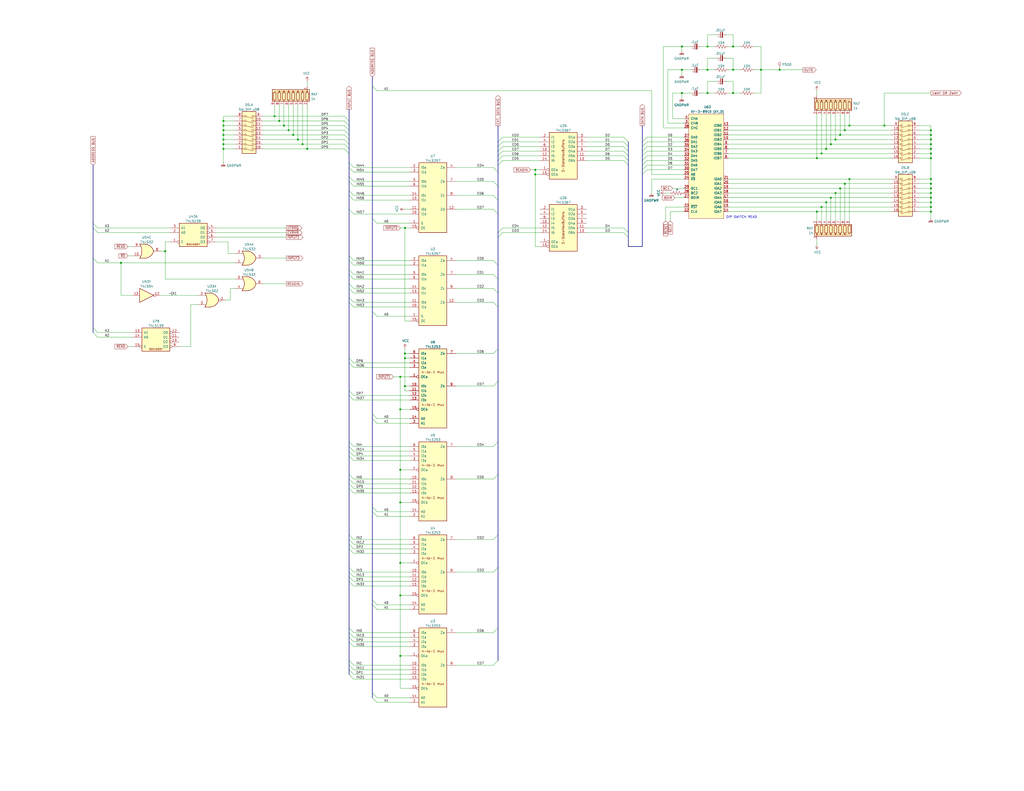
<source format=kicad_sch>
(kicad_sch (version 20211123) (generator eeschema)
  (paper "C")
  (title_block (title "TAITO SYSTEM SJ") (company "ANTON GALE") (comment 4 "IO Interface"))
  (junction (at 152.4 66.04))
  (junction (at 121.92 66.04))
  (junction (at 508 113.03))
  (junction (at 157.48 71.12))
  (junction (at 386.08 50.8))
  (junction (at 508 86.36))
  (junction (at 455.93 105.41))
  (junction (at 508 107.95))
  (junction (at 508 71.12))
  (junction (at 162.56 76.2))
  (junction (at 458.47 102.87))
  (junction (at 463.55 68.58))
  (junction (at 445.77 86.36))
  (junction (at 149.86 63.5))
  (junction (at 508 110.49))
  (junction (at 508 100.33))
  (junction (at 121.92 78.74))
  (junction (at 400.05 50.8))
  (junction (at 121.92 71.12))
  (junction (at 482.6 68.58))
  (junction (at 455.93 76.2))
  (junction (at 400.05 38.1))
  (junction (at 415.29 38.1))
  (junction (at 90.17 137.16))
  (junction (at 458.47 73.66))
  (junction (at 445.77 115.57))
  (junction (at 121.92 68.58))
  (junction (at 220.98 193.04))
  (junction (at 218.44 223.52))
  (junction (at 448.31 113.03))
  (junction (at 220.98 195.58))
  (junction (at 154.94 68.58))
  (junction (at 508 102.87))
  (junction (at 121.92 81.28))
  (junction (at 453.39 78.74))
  (junction (at 165.1 78.74))
  (junction (at 400.05 25.4))
  (junction (at 218.44 274.32))
  (junction (at 121.92 73.66))
  (junction (at 508 78.74))
  (junction (at 121.92 76.2))
  (junction (at 508 115.57))
  (junction (at 461.01 71.12))
  (junction (at 167.64 81.28))
  (junction (at 292.1 95.25))
  (junction (at 463.55 97.79))
  (junction (at 218.44 256.54))
  (junction (at 448.31 83.82))
  (junction (at 218.44 358.14))
  (junction (at 508 83.82))
  (junction (at 450.85 110.49))
  (junction (at 218.44 205.74))
  (junction (at 372.11 50.8))
  (junction (at 66.04 143.51))
  (junction (at 160.02 73.66))
  (junction (at 508 81.28))
  (junction (at 461.01 100.33))
  (junction (at 386.08 38.1))
  (junction (at 372.11 38.1))
  (junction (at 218.44 325.12))
  (junction (at 450.85 81.28))
  (junction (at 508 76.2))
  (junction (at 220.98 124.46))
  (junction (at 292.1 92.71))
  (junction (at 386.08 25.4))
  (junction (at 453.39 107.95))
  (junction (at 220.98 210.82))
  (junction (at 508 73.66))
  (junction (at 508 97.79))
  (junction (at 508 105.41))
  (junction (at 372.11 25.4))
  (junction (at 425.45 38.1))
  (junction (at 218.44 307.34))
  (bus_entry (at 190.5 91.44) (size 2.54 2.54))
  (bus_entry (at 190.5 264.16) (size 2.54 2.54))
  (bus_entry (at 269.24 294.64) (size 2.54 -2.54))
  (bus_entry (at 190.5 259.08) (size 2.54 2.54))
  (bus_entry (at 205.74 49.53) (size -2.54 -2.54))
  (bus_entry (at 269.24 193.04) (size 2.54 -2.54))
  (bus_entry (at 190.5 317.5) (size 2.54 2.54))
  (bus_entry (at 269.24 312.42) (size 2.54 -2.54))
  (bus_entry (at 269.24 106.68) (size 2.54 2.54))
  (bus_entry (at 274.32 74.93) (size -2.54 2.54))
  (bus_entry (at 353.06 80.01) (size -2.54 2.54))
  (bus_entry (at 340.36 77.47) (size 2.54 2.54))
  (bus_entry (at 190.5 243.84) (size 2.54 2.54))
  (bus_entry (at 205.74 172.72) (size -2.54 -2.54))
  (bus_entry (at 190.5 88.9) (size 2.54 2.54))
  (bus_entry (at 274.32 127) (size -2.54 2.54))
  (bus_entry (at 190.5 213.36) (size 2.54 2.54))
  (bus_entry (at 205.74 281.94) (size -2.54 -2.54))
  (bus_entry (at 190.5 114.3) (size 2.54 2.54))
  (bus_entry (at 190.5 162.56) (size 2.54 2.54))
  (bus_entry (at 205.74 383.54) (size -2.54 -2.54))
  (bus_entry (at 353.06 92.71) (size -2.54 2.54))
  (bus_entry (at 205.74 228.6) (size -2.54 -2.54))
  (bus_entry (at 340.36 74.93) (size 2.54 2.54))
  (bus_entry (at 53.34 184.15) (size -2.54 -2.54))
  (bus_entry (at 190.5 261.62) (size 2.54 2.54))
  (bus_entry (at 274.32 85.09) (size -2.54 2.54))
  (bus_entry (at 353.06 77.47) (size -2.54 2.54))
  (bus_entry (at 269.24 149.86) (size 2.54 2.54))
  (bus_entry (at 353.06 82.55) (size -2.54 2.54))
  (bus_entry (at 269.24 99.06) (size 2.54 2.54))
  (bus_entry (at 190.5 266.7) (size 2.54 2.54))
  (bus_entry (at 190.5 241.3) (size 2.54 2.54))
  (bus_entry (at 53.34 181.61) (size -2.54 -2.54))
  (bus_entry (at 340.36 85.09) (size 2.54 2.54))
  (bus_entry (at 190.5 139.7) (size 2.54 2.54))
  (bus_entry (at 190.5 215.9) (size 2.54 2.54))
  (bus_entry (at 269.24 91.44) (size 2.54 2.54))
  (bus_entry (at 205.74 330.2) (size -2.54 -2.54))
  (bus_entry (at 190.5 350.52) (size 2.54 2.54))
  (bus_entry (at 190.5 96.52) (size 2.54 2.54))
  (bus_entry (at 205.74 381) (size -2.54 -2.54))
  (bus_entry (at 190.5 368.3) (size 2.54 2.54))
  (bus_entry (at 340.36 82.55) (size 2.54 2.54))
  (bus_entry (at 190.5 309.88) (size 2.54 2.54))
  (bus_entry (at 190.5 292.1) (size 2.54 2.54))
  (bus_entry (at 269.24 210.82) (size 2.54 -2.54))
  (bus_entry (at 190.5 297.18) (size 2.54 2.54))
  (bus_entry (at 190.5 360.68) (size 2.54 2.54))
  (bus_entry (at 340.36 80.01) (size 2.54 2.54))
  (bus_entry (at 274.32 82.55) (size -2.54 2.54))
  (bus_entry (at 274.32 80.01) (size -2.54 2.54))
  (bus_entry (at 190.5 154.94) (size 2.54 2.54))
  (bus_entry (at 205.74 279.4) (size -2.54 -2.54))
  (bus_entry (at 190.5 299.72) (size 2.54 2.54))
  (bus_entry (at 190.5 104.14) (size 2.54 2.54))
  (bus_entry (at 187.96 63.5) (size 2.54 2.54))
  (bus_entry (at 187.96 66.04) (size 2.54 2.54))
  (bus_entry (at 187.96 73.66) (size 2.54 2.54))
  (bus_entry (at 187.96 78.74) (size 2.54 2.54))
  (bus_entry (at 187.96 76.2) (size 2.54 2.54))
  (bus_entry (at 187.96 81.28) (size 2.54 2.54))
  (bus_entry (at 187.96 68.58) (size 2.54 2.54))
  (bus_entry (at 187.96 71.12) (size 2.54 2.54))
  (bus_entry (at 205.74 332.74) (size -2.54 -2.54))
  (bus_entry (at 190.5 195.58) (size 2.54 2.54))
  (bus_entry (at 353.06 90.17) (size -2.54 2.54))
  (bus_entry (at 190.5 363.22) (size 2.54 2.54))
  (bus_entry (at 340.36 87.63) (size 2.54 2.54))
  (bus_entry (at 340.36 124.46) (size 2.54 2.54))
  (bus_entry (at 190.5 106.68) (size 2.54 2.54))
  (bus_entry (at 353.06 87.63) (size -2.54 2.54))
  (bus_entry (at 205.74 121.92) (size -2.54 -2.54))
  (bus_entry (at 274.32 77.47) (size -2.54 2.54))
  (bus_entry (at 190.5 142.24) (size 2.54 2.54))
  (bus_entry (at 190.5 147.32) (size 2.54 2.54))
  (bus_entry (at 190.5 294.64) (size 2.54 2.54))
  (bus_entry (at 269.24 165.1) (size 2.54 2.54))
  (bus_entry (at 353.06 85.09) (size -2.54 2.54))
  (bus_entry (at 190.5 365.76) (size 2.54 2.54))
  (bus_entry (at 53.34 143.51) (size -2.54 -2.54))
  (bus_entry (at 190.5 347.98) (size 2.54 2.54))
  (bus_entry (at 190.5 157.48) (size 2.54 2.54))
  (bus_entry (at 190.5 342.9) (size 2.54 2.54))
  (bus_entry (at 190.5 314.96) (size 2.54 2.54))
  (bus_entry (at 205.74 231.14) (size -2.54 -2.54))
  (bus_entry (at 190.5 149.86) (size 2.54 2.54))
  (bus_entry (at 269.24 114.3) (size 2.54 2.54))
  (bus_entry (at 190.5 345.44) (size 2.54 2.54))
  (bus_entry (at 53.34 124.46) (size -2.54 -2.54))
  (bus_entry (at 269.24 261.62) (size 2.54 -2.54))
  (bus_entry (at 353.06 74.93) (size -2.54 2.54))
  (bus_entry (at 269.24 157.48) (size 2.54 2.54))
  (bus_entry (at 269.24 142.24) (size 2.54 2.54))
  (bus_entry (at 269.24 345.44) (size 2.54 -2.54))
  (bus_entry (at 190.5 248.92) (size 2.54 2.54))
  (bus_entry (at 190.5 99.06) (size 2.54 2.54))
  (bus_entry (at 274.32 124.46) (size -2.54 2.54))
  (bus_entry (at 53.34 127) (size -2.54 -2.54))
  (bus_entry (at 190.5 165.1) (size 2.54 2.54))
  (bus_entry (at 340.36 127) (size 2.54 2.54))
  (bus_entry (at 190.5 246.38) (size 2.54 2.54))
  (bus_entry (at 269.24 363.22) (size 2.54 -2.54))
  (bus_entry (at 274.32 87.63) (size -2.54 2.54))
  (bus_entry (at 190.5 198.12) (size 2.54 2.54))
  (bus_entry (at 190.5 312.42) (size 2.54 2.54))
  (bus_entry (at 269.24 243.84) (size 2.54 -2.54))
  (wire (pts (xy 218.44 307.34) (xy 218.44 325.12)))
  (wire (pts (xy 143.51 154.94) (xy 156.21 154.94)))
  (wire (pts (xy 320.04 127) (xy 340.36 127)))
  (wire (pts (xy 355.6 97.79) (xy 355.6 105.41)))
  (wire (pts (xy 167.64 57.15) (xy 167.64 81.28)))
  (wire (pts (xy 121.92 76.2) (xy 128.27 76.2)))
  (wire (pts (xy 364.49 38.1) (xy 364.49 67.31)))
  (bus (pts (xy 190.5 59.69) (xy 190.5 66.04)))
  (wire (pts (xy 162.56 57.15) (xy 162.56 76.2)))
  (wire (pts (xy 486.41 73.66) (xy 458.47 73.66)))
  (wire (pts (xy 92.71 127) (xy 53.34 127)))
  (bus (pts (xy 190.5 165.1) (xy 190.5 195.58)))
  (wire (pts (xy 320.04 87.63) (xy 340.36 87.63)))
  (wire (pts (xy 486.41 110.49) (xy 450.85 110.49)))
  (wire (pts (xy 248.92 363.22) (xy 269.24 363.22)))
  (bus (pts (xy 350.52 85.09) (xy 350.52 87.63)))
  (wire (pts (xy 193.04 116.84) (xy 223.52 116.84)))
  (bus (pts (xy 190.5 68.58) (xy 190.5 71.12)))
  (wire (pts (xy 455.93 76.2) (xy 397.51 76.2)))
  (wire (pts (xy 508 71.12) (xy 508 73.66)))
  (wire (pts (xy 415.29 50.8) (xy 415.29 38.1)))
  (wire (pts (xy 69.85 139.7) (xy 72.39 139.7)))
  (wire (pts (xy 445.77 115.57) (xy 397.51 115.57)))
  (wire (pts (xy 193.04 109.22) (xy 223.52 109.22)))
  (bus (pts (xy 342.9 82.55) (xy 342.9 85.09)))
  (wire (pts (xy 448.31 62.23) (xy 448.31 83.82)))
  (wire (pts (xy 223.52 332.74) (xy 205.74 332.74)))
  (wire (pts (xy 121.92 66.04) (xy 121.92 68.58)))
  (wire (pts (xy 143.51 66.04) (xy 152.4 66.04)))
  (wire (pts (xy 143.51 73.66) (xy 160.02 73.66)))
  (bus (pts (xy 271.78 129.54) (xy 271.78 144.78)))
  (wire (pts (xy 152.4 57.15) (xy 152.4 66.04)))
  (wire (pts (xy 223.52 175.26) (xy 220.98 175.26)))
  (wire (pts (xy 218.44 223.52) (xy 218.44 256.54)))
  (bus (pts (xy 271.78 342.9) (xy 271.78 360.68)))
  (wire (pts (xy 193.04 218.44) (xy 223.52 218.44)))
  (wire (pts (xy 294.64 87.63) (xy 274.32 87.63)))
  (wire (pts (xy 373.38 80.01) (xy 353.06 80.01)))
  (wire (pts (xy 193.04 261.62) (xy 223.52 261.62)))
  (wire (pts (xy 508 105.41) (xy 508 107.95)))
  (wire (pts (xy 90.17 152.4) (xy 128.27 152.4)))
  (wire (pts (xy 365.76 115.57) (xy 373.38 115.57)))
  (wire (pts (xy 294.64 92.71) (xy 292.1 92.71)))
  (bus (pts (xy 190.5 154.94) (xy 190.5 157.48)))
  (wire (pts (xy 193.04 353.06) (xy 223.52 353.06)))
  (wire (pts (xy 361.95 69.85) (xy 373.38 69.85)))
  (wire (pts (xy 165.1 78.74) (xy 187.96 78.74)))
  (wire (pts (xy 508 102.87) (xy 508 105.41)))
  (wire (pts (xy 220.98 124.46) (xy 223.52 124.46)))
  (wire (pts (xy 508 71.12) (xy 501.65 71.12)))
  (wire (pts (xy 193.04 251.46) (xy 223.52 251.46)))
  (bus (pts (xy 190.5 350.52) (xy 190.5 360.68)))
  (wire (pts (xy 248.92 345.44) (xy 269.24 345.44)))
  (wire (pts (xy 458.47 102.87) (xy 397.51 102.87)))
  (wire (pts (xy 66.04 143.51) (xy 128.27 143.51)))
  (wire (pts (xy 386.08 31.75) (xy 386.08 38.1)))
  (bus (pts (xy 190.5 142.24) (xy 190.5 147.32)))
  (wire (pts (xy 486.41 113.03) (xy 448.31 113.03)))
  (wire (pts (xy 486.41 115.57) (xy 445.77 115.57)))
  (wire (pts (xy 289.56 92.71) (xy 292.1 92.71)))
  (wire (pts (xy 167.64 44.45) (xy 167.64 46.99)))
  (wire (pts (xy 149.86 63.5) (xy 187.96 63.5)))
  (wire (pts (xy 97.79 189.23) (xy 104.14 189.23)))
  (wire (pts (xy 220.98 213.36) (xy 220.98 210.82)))
  (wire (pts (xy 193.04 144.78) (xy 223.52 144.78)))
  (wire (pts (xy 373.38 97.79) (xy 355.6 97.79)))
  (wire (pts (xy 218.44 124.46) (xy 220.98 124.46)))
  (wire (pts (xy 193.04 246.38) (xy 223.52 246.38)))
  (wire (pts (xy 386.08 44.45) (xy 386.08 50.8)))
  (wire (pts (xy 463.55 62.23) (xy 463.55 68.58)))
  (wire (pts (xy 193.04 198.12) (xy 223.52 198.12)))
  (wire (pts (xy 486.41 97.79) (xy 463.55 97.79)))
  (bus (pts (xy 271.78 160.02) (xy 271.78 167.64)))
  (bus (pts (xy 203.2 228.6) (xy 203.2 276.86)))
  (wire (pts (xy 463.55 97.79) (xy 463.55 120.65)))
  (wire (pts (xy 372.11 25.4) (xy 372.11 27.94)))
  (wire (pts (xy 508 73.66) (xy 508 76.2)))
  (wire (pts (xy 320.04 85.09) (xy 340.36 85.09)))
  (wire (pts (xy 363.22 113.03) (xy 373.38 113.03)))
  (bus (pts (xy 190.5 299.72) (xy 190.5 309.88)))
  (wire (pts (xy 193.04 152.4) (xy 223.52 152.4)))
  (wire (pts (xy 90.17 137.16) (xy 90.17 152.4)))
  (wire (pts (xy 486.41 83.82) (xy 448.31 83.82)))
  (wire (pts (xy 458.47 102.87) (xy 458.47 120.65)))
  (wire (pts (xy 121.92 78.74) (xy 121.92 81.28)))
  (wire (pts (xy 223.52 281.94) (xy 205.74 281.94)))
  (wire (pts (xy 167.64 81.28) (xy 187.96 81.28)))
  (wire (pts (xy 104.14 166.37) (xy 107.95 166.37)))
  (bus (pts (xy 271.78 144.78) (xy 271.78 152.4)))
  (wire (pts (xy 248.92 243.84) (xy 269.24 243.84)))
  (bus (pts (xy 190.5 264.16) (xy 190.5 266.7)))
  (wire (pts (xy 501.65 68.58) (xy 508 68.58)))
  (wire (pts (xy 118.11 127) (xy 156.21 127)))
  (bus (pts (xy 190.5 81.28) (xy 190.5 83.82)))
  (wire (pts (xy 386.08 50.8) (xy 389.89 50.8)))
  (wire (pts (xy 445.77 115.57) (xy 445.77 120.65)))
  (wire (pts (xy 157.48 57.15) (xy 157.48 71.12)))
  (wire (pts (xy 448.31 113.03) (xy 448.31 120.65)))
  (wire (pts (xy 508 78.74) (xy 508 81.28)))
  (bus (pts (xy 271.78 116.84) (xy 271.78 127)))
  (wire (pts (xy 508 86.36) (xy 501.65 86.36)))
  (wire (pts (xy 355.6 95.25) (xy 355.6 49.53)))
  (wire (pts (xy 411.48 50.8) (xy 415.29 50.8)))
  (wire (pts (xy 363.22 120.65) (xy 363.22 113.03)))
  (bus (pts (xy 50.8 140.97) (xy 50.8 179.07)))
  (wire (pts (xy 365.76 120.65) (xy 365.76 115.57)))
  (bus (pts (xy 190.5 363.22) (xy 190.5 365.76)))
  (wire (pts (xy 294.64 124.46) (xy 274.32 124.46)))
  (wire (pts (xy 400.05 25.4) (xy 403.86 25.4)))
  (bus (pts (xy 190.5 215.9) (xy 190.5 241.3)))
  (wire (pts (xy 193.04 370.84) (xy 223.52 370.84)))
  (wire (pts (xy 193.04 91.44) (xy 223.52 91.44)))
  (wire (pts (xy 294.64 85.09) (xy 274.32 85.09)))
  (wire (pts (xy 143.51 78.74) (xy 165.1 78.74)))
  (wire (pts (xy 193.04 243.84) (xy 223.52 243.84)))
  (bus (pts (xy 50.8 124.46) (xy 50.8 140.97)))
  (wire (pts (xy 149.86 57.15) (xy 149.86 63.5)))
  (wire (pts (xy 143.51 71.12) (xy 157.48 71.12)))
  (bus (pts (xy 190.5 147.32) (xy 190.5 149.86)))
  (wire (pts (xy 128.27 63.5) (xy 121.92 63.5)))
  (wire (pts (xy 193.04 299.72) (xy 223.52 299.72)))
  (wire (pts (xy 382.27 25.4) (xy 386.08 25.4)))
  (bus (pts (xy 203.2 279.4) (xy 203.2 327.66)))
  (wire (pts (xy 193.04 368.3) (xy 223.52 368.3)))
  (bus (pts (xy 190.5 104.14) (xy 190.5 106.68)))
  (bus (pts (xy 342.9 134.62) (xy 350.52 134.62)))
  (bus (pts (xy 203.2 41.91) (xy 203.2 46.99)))
  (wire (pts (xy 508 81.28) (xy 501.65 81.28)))
  (wire (pts (xy 463.55 97.79) (xy 397.51 97.79)))
  (bus (pts (xy 203.2 327.66) (xy 203.2 330.2)))
  (bus (pts (xy 190.5 195.58) (xy 190.5 198.12)))
  (bus (pts (xy 190.5 360.68) (xy 190.5 363.22)))
  (bus (pts (xy 190.5 149.86) (xy 190.5 154.94)))
  (bus (pts (xy 190.5 66.04) (xy 190.5 68.58)))
  (bus (pts (xy 190.5 139.7) (xy 190.5 142.24)))
  (wire (pts (xy 152.4 66.04) (xy 187.96 66.04)))
  (wire (pts (xy 461.01 100.33) (xy 461.01 120.65)))
  (bus (pts (xy 271.78 68.58) (xy 271.78 77.47)))
  (wire (pts (xy 220.98 193.04) (xy 220.98 190.5)))
  (wire (pts (xy 218.44 256.54) (xy 223.52 256.54)))
  (wire (pts (xy 294.64 127) (xy 274.32 127)))
  (wire (pts (xy 415.29 38.1) (xy 425.45 38.1)))
  (wire (pts (xy 508 115.57) (xy 508 119.38)))
  (wire (pts (xy 248.92 193.04) (xy 269.24 193.04)))
  (bus (pts (xy 190.5 99.06) (xy 190.5 104.14)))
  (wire (pts (xy 218.44 274.32) (xy 223.52 274.32)))
  (bus (pts (xy 190.5 243.84) (xy 190.5 246.38)))
  (wire (pts (xy 220.98 210.82) (xy 220.98 195.58)))
  (bus (pts (xy 271.78 208.28) (xy 271.78 241.3)))
  (bus (pts (xy 203.2 46.99) (xy 203.2 119.38)))
  (wire (pts (xy 193.04 317.5) (xy 223.52 317.5)))
  (wire (pts (xy 367.03 102.87) (xy 373.38 102.87)))
  (wire (pts (xy 193.04 320.04) (xy 223.52 320.04)))
  (wire (pts (xy 87.63 137.16) (xy 90.17 137.16)))
  (bus (pts (xy 190.5 248.92) (xy 190.5 259.08)))
  (wire (pts (xy 453.39 78.74) (xy 397.51 78.74)))
  (bus (pts (xy 190.5 266.7) (xy 190.5 292.1)))
  (wire (pts (xy 320.04 80.01) (xy 340.36 80.01)))
  (wire (pts (xy 193.04 142.24) (xy 223.52 142.24)))
  (bus (pts (xy 190.5 78.74) (xy 190.5 81.28)))
  (bus (pts (xy 271.78 241.3) (xy 271.78 259.08)))
  (bus (pts (xy 203.2 276.86) (xy 203.2 279.4)))
  (wire (pts (xy 124.46 132.08) (xy 124.46 138.43)))
  (wire (pts (xy 165.1 57.15) (xy 165.1 78.74)))
  (wire (pts (xy 320.04 124.46) (xy 340.36 124.46)))
  (bus (pts (xy 190.5 347.98) (xy 190.5 350.52)))
  (wire (pts (xy 118.11 124.46) (xy 156.21 124.46)))
  (wire (pts (xy 193.04 149.86) (xy 223.52 149.86)))
  (wire (pts (xy 121.92 68.58) (xy 121.92 71.12)))
  (wire (pts (xy 121.92 66.04) (xy 128.27 66.04)))
  (wire (pts (xy 508 76.2) (xy 501.65 76.2)))
  (wire (pts (xy 218.44 325.12) (xy 218.44 358.14)))
  (wire (pts (xy 218.44 325.12) (xy 223.52 325.12)))
  (wire (pts (xy 453.39 107.95) (xy 397.51 107.95)))
  (bus (pts (xy 271.78 101.6) (xy 271.78 109.22)))
  (wire (pts (xy 193.04 297.18) (xy 223.52 297.18)))
  (wire (pts (xy 220.98 175.26) (xy 220.98 124.46)))
  (wire (pts (xy 193.04 165.1) (xy 223.52 165.1)))
  (wire (pts (xy 193.04 345.44) (xy 223.52 345.44)))
  (wire (pts (xy 218.44 307.34) (xy 223.52 307.34)))
  (wire (pts (xy 223.52 381) (xy 205.74 381)))
  (wire (pts (xy 69.85 134.62) (xy 72.39 134.62)))
  (wire (pts (xy 294.64 74.93) (xy 274.32 74.93)))
  (bus (pts (xy 271.78 77.47) (xy 271.78 80.01)))
  (wire (pts (xy 486.41 100.33) (xy 461.01 100.33)))
  (wire (pts (xy 368.3 107.95) (xy 373.38 107.95)))
  (wire (pts (xy 218.44 205.74) (xy 218.44 223.52)))
  (wire (pts (xy 193.04 302.26) (xy 223.52 302.26)))
  (wire (pts (xy 193.04 101.6) (xy 223.52 101.6)))
  (wire (pts (xy 193.04 106.68) (xy 223.52 106.68)))
  (bus (pts (xy 190.5 83.82) (xy 190.5 88.9)))
  (wire (pts (xy 90.17 137.16) (xy 90.17 132.08)))
  (wire (pts (xy 486.41 68.58) (xy 482.6 68.58)))
  (bus (pts (xy 190.5 106.68) (xy 190.5 114.3)))
  (wire (pts (xy 90.17 132.08) (xy 92.71 132.08)))
  (wire (pts (xy 373.38 77.47) (xy 353.06 77.47)))
  (wire (pts (xy 372.11 38.1) (xy 372.11 40.64)))
  (wire (pts (xy 482.6 68.58) (xy 482.6 50.8)))
  (wire (pts (xy 400.05 50.8) (xy 403.86 50.8)))
  (bus (pts (xy 190.5 162.56) (xy 190.5 165.1)))
  (wire (pts (xy 400.05 44.45) (xy 400.05 50.8)))
  (wire (pts (xy 162.56 76.2) (xy 187.96 76.2)))
  (bus (pts (xy 190.5 241.3) (xy 190.5 243.84)))
  (wire (pts (xy 121.92 81.28) (xy 128.27 81.28)))
  (wire (pts (xy 508 73.66) (xy 501.65 73.66)))
  (bus (pts (xy 190.5 342.9) (xy 190.5 345.44)))
  (wire (pts (xy 396.24 44.45) (xy 400.05 44.45)))
  (wire (pts (xy 121.92 78.74) (xy 128.27 78.74)))
  (wire (pts (xy 220.98 193.04) (xy 220.98 195.58)))
  (wire (pts (xy 193.04 160.02) (xy 223.52 160.02)))
  (wire (pts (xy 508 110.49) (xy 508 113.03)))
  (wire (pts (xy 373.38 74.93) (xy 353.06 74.93)))
  (bus (pts (xy 190.5 73.66) (xy 190.5 76.2)))
  (wire (pts (xy 143.51 81.28) (xy 167.64 81.28)))
  (bus (pts (xy 190.5 314.96) (xy 190.5 317.5)))
  (wire (pts (xy 461.01 100.33) (xy 397.51 100.33)))
  (wire (pts (xy 220.98 193.04) (xy 223.52 193.04)))
  (bus (pts (xy 190.5 91.44) (xy 190.5 96.52)))
  (wire (pts (xy 223.52 279.4) (xy 205.74 279.4)))
  (wire (pts (xy 508 86.36) (xy 508 97.79)))
  (wire (pts (xy 372.11 38.1) (xy 377.19 38.1)))
  (wire (pts (xy 450.85 62.23) (xy 450.85 81.28)))
  (wire (pts (xy 125.73 163.83) (xy 125.73 157.48)))
  (wire (pts (xy 193.04 215.9) (xy 223.52 215.9)))
  (wire (pts (xy 482.6 68.58) (xy 463.55 68.58)))
  (wire (pts (xy 143.51 68.58) (xy 154.94 68.58)))
  (wire (pts (xy 415.29 38.1) (xy 415.29 25.4)))
  (wire (pts (xy 223.52 383.54) (xy 205.74 383.54)))
  (wire (pts (xy 292.1 134.62) (xy 294.64 134.62)))
  (wire (pts (xy 508 100.33) (xy 501.65 100.33)))
  (wire (pts (xy 372.11 50.8) (xy 372.11 53.34)))
  (bus (pts (xy 190.5 213.36) (xy 190.5 215.9)))
  (bus (pts (xy 190.5 76.2) (xy 190.5 78.74)))
  (wire (pts (xy 294.64 82.55) (xy 274.32 82.55)))
  (wire (pts (xy 458.47 62.23) (xy 458.47 73.66)))
  (wire (pts (xy 486.41 102.87) (xy 458.47 102.87)))
  (bus (pts (xy 350.52 95.25) (xy 350.52 134.62)))
  (bus (pts (xy 271.78 167.64) (xy 271.78 190.5)))
  (wire (pts (xy 223.52 231.14) (xy 205.74 231.14)))
  (wire (pts (xy 72.39 161.29) (xy 66.04 161.29)))
  (wire (pts (xy 292.1 95.25) (xy 294.64 95.25)))
  (wire (pts (xy 193.04 93.98) (xy 223.52 93.98)))
  (bus (pts (xy 190.5 309.88) (xy 190.5 312.42)))
  (wire (pts (xy 223.52 330.2) (xy 205.74 330.2)))
  (wire (pts (xy 248.92 91.44) (xy 269.24 91.44)))
  (wire (pts (xy 397.51 25.4) (xy 400.05 25.4)))
  (bus (pts (xy 271.78 152.4) (xy 271.78 160.02)))
  (wire (pts (xy 121.92 73.66) (xy 128.27 73.66)))
  (bus (pts (xy 190.5 96.52) (xy 190.5 99.06)))
  (wire (pts (xy 508 105.41) (xy 501.65 105.41)))
  (bus (pts (xy 190.5 297.18) (xy 190.5 299.72)))
  (wire (pts (xy 508 100.33) (xy 508 102.87)))
  (bus (pts (xy 50.8 121.92) (xy 50.8 124.46)))
  (wire (pts (xy 223.52 172.72) (xy 205.74 172.72)))
  (wire (pts (xy 455.93 105.41) (xy 455.93 120.65)))
  (wire (pts (xy 193.04 269.24) (xy 223.52 269.24)))
  (bus (pts (xy 271.78 127) (xy 271.78 129.54)))
  (bus (pts (xy 342.9 129.54) (xy 342.9 134.62)))
  (bus (pts (xy 350.52 80.01) (xy 350.52 82.55)))
  (wire (pts (xy 160.02 73.66) (xy 187.96 73.66)))
  (wire (pts (xy 455.93 105.41) (xy 397.51 105.41)))
  (bus (pts (xy 203.2 119.38) (xy 203.2 170.18)))
  (bus (pts (xy 190.5 71.12) (xy 190.5 73.66)))
  (bus (pts (xy 271.78 93.98) (xy 271.78 101.6)))
  (bus (pts (xy 50.8 179.07) (xy 50.8 181.61)))
  (wire (pts (xy 453.39 62.23) (xy 453.39 78.74)))
  (wire (pts (xy 508 78.74) (xy 501.65 78.74)))
  (bus (pts (xy 203.2 226.06) (xy 203.2 228.6)))
  (wire (pts (xy 292.1 92.71) (xy 292.1 95.25)))
  (bus (pts (xy 271.78 85.09) (xy 271.78 87.63)))
  (wire (pts (xy 445.77 62.23) (xy 445.77 86.36)))
  (wire (pts (xy 292.1 95.25) (xy 292.1 134.62)))
  (wire (pts (xy 248.92 165.1) (xy 269.24 165.1)))
  (wire (pts (xy 193.04 312.42) (xy 223.52 312.42)))
  (wire (pts (xy 320.04 74.93) (xy 340.36 74.93)))
  (wire (pts (xy 508 76.2) (xy 508 78.74)))
  (wire (pts (xy 396.24 31.75) (xy 400.05 31.75)))
  (wire (pts (xy 486.41 78.74) (xy 453.39 78.74)))
  (wire (pts (xy 193.04 264.16) (xy 223.52 264.16)))
  (bus (pts (xy 350.52 77.47) (xy 350.52 80.01)))
  (wire (pts (xy 104.14 189.23) (xy 104.14 166.37)))
  (bus (pts (xy 203.2 330.2) (xy 203.2 378.46)))
  (wire (pts (xy 72.39 184.15) (xy 53.34 184.15)))
  (wire (pts (xy 143.51 140.97) (xy 156.21 140.97)))
  (wire (pts (xy 508 68.58) (xy 508 71.12)))
  (wire (pts (xy 450.85 110.49) (xy 397.51 110.49)))
  (wire (pts (xy 248.92 142.24) (xy 269.24 142.24)))
  (bus (pts (xy 342.9 85.09) (xy 342.9 87.63)))
  (wire (pts (xy 486.41 81.28) (xy 450.85 81.28)))
  (wire (pts (xy 448.31 113.03) (xy 397.51 113.03)))
  (wire (pts (xy 218.44 274.32) (xy 218.44 307.34)))
  (wire (pts (xy 363.22 105.41) (xy 365.76 105.41)))
  (wire (pts (xy 248.92 106.68) (xy 269.24 106.68)))
  (wire (pts (xy 458.47 73.66) (xy 397.51 73.66)))
  (bus (pts (xy 190.5 246.38) (xy 190.5 248.92)))
  (wire (pts (xy 193.04 365.76) (xy 223.52 365.76)))
  (wire (pts (xy 373.38 92.71) (xy 353.06 92.71)))
  (bus (pts (xy 271.78 82.55) (xy 271.78 85.09)))
  (bus (pts (xy 190.5 114.3) (xy 190.5 139.7)))
  (wire (pts (xy 396.24 19.05) (xy 400.05 19.05)))
  (wire (pts (xy 486.41 105.41) (xy 455.93 105.41)))
  (wire (pts (xy 294.64 80.01) (xy 274.32 80.01)))
  (bus (pts (xy 190.5 365.76) (xy 190.5 368.3)))
  (wire (pts (xy 508 83.82) (xy 501.65 83.82)))
  (wire (pts (xy 124.46 138.43) (xy 128.27 138.43)))
  (wire (pts (xy 461.01 71.12) (xy 397.51 71.12)))
  (wire (pts (xy 248.92 149.86) (xy 269.24 149.86)))
  (wire (pts (xy 364.49 67.31) (xy 373.38 67.31)))
  (wire (pts (xy 508 107.95) (xy 501.65 107.95)))
  (bus (pts (xy 271.78 87.63) (xy 271.78 90.17)))
  (bus (pts (xy 350.52 68.58) (xy 350.52 77.47)))
  (wire (pts (xy 486.41 86.36) (xy 445.77 86.36)))
  (bus (pts (xy 271.78 259.08) (xy 271.78 292.1)))
  (wire (pts (xy 508 107.95) (xy 508 110.49)))
  (wire (pts (xy 508 102.87) (xy 501.65 102.87)))
  (bus (pts (xy 271.78 309.88) (xy 271.78 342.9)))
  (wire (pts (xy 218.44 205.74) (xy 223.52 205.74)))
  (wire (pts (xy 218.44 375.92) (xy 223.52 375.92)))
  (wire (pts (xy 248.92 210.82) (xy 269.24 210.82)))
  (wire (pts (xy 372.11 25.4) (xy 361.95 25.4)))
  (wire (pts (xy 373.38 95.25) (xy 355.6 95.25)))
  (wire (pts (xy 69.85 189.23) (xy 72.39 189.23)))
  (bus (pts (xy 350.52 92.71) (xy 350.52 95.25)))
  (wire (pts (xy 411.48 25.4) (xy 415.29 25.4)))
  (wire (pts (xy 377.19 50.8) (xy 372.11 50.8)))
  (wire (pts (xy 248.92 312.42) (xy 269.24 312.42)))
  (wire (pts (xy 373.38 82.55) (xy 353.06 82.55)))
  (bus (pts (xy 203.2 170.18) (xy 203.2 226.06)))
  (wire (pts (xy 386.08 38.1) (xy 389.89 38.1)))
  (wire (pts (xy 501.65 97.79) (xy 508 97.79)))
  (wire (pts (xy 66.04 161.29) (xy 66.04 143.51)))
  (wire (pts (xy 143.51 63.5) (xy 149.86 63.5)))
  (bus (pts (xy 271.78 90.17) (xy 271.78 93.98)))
  (wire (pts (xy 508 97.79) (xy 508 100.33)))
  (wire (pts (xy 486.41 71.12) (xy 461.01 71.12)))
  (wire (pts (xy 391.16 44.45) (xy 386.08 44.45)))
  (bus (pts (xy 342.9 77.47) (xy 342.9 80.01)))
  (wire (pts (xy 367.03 64.77) (xy 373.38 64.77)))
  (bus (pts (xy 342.9 87.63) (xy 342.9 90.17)))
  (wire (pts (xy 367.03 50.8) (xy 367.03 64.77)))
  (wire (pts (xy 400.05 38.1) (xy 403.86 38.1)))
  (wire (pts (xy 400.05 31.75) (xy 400.05 38.1)))
  (wire (pts (xy 373.38 85.09) (xy 353.06 85.09)))
  (wire (pts (xy 118.11 129.54) (xy 156.21 129.54)))
  (wire (pts (xy 461.01 62.23) (xy 461.01 71.12)))
  (wire (pts (xy 214.63 205.74) (xy 218.44 205.74)))
  (bus (pts (xy 190.5 261.62) (xy 190.5 264.16)))
  (wire (pts (xy 445.77 49.53) (xy 445.77 52.07)))
  (wire (pts (xy 157.48 71.12) (xy 187.96 71.12)))
  (wire (pts (xy 400.05 19.05) (xy 400.05 25.4)))
  (wire (pts (xy 193.04 266.7) (xy 223.52 266.7)))
  (wire (pts (xy 121.92 63.5) (xy 121.92 66.04)))
  (wire (pts (xy 486.41 76.2) (xy 455.93 76.2)))
  (wire (pts (xy 223.52 121.92) (xy 205.74 121.92)))
  (wire (pts (xy 121.92 76.2) (xy 121.92 78.74)))
  (wire (pts (xy 193.04 248.92) (xy 223.52 248.92)))
  (wire (pts (xy 411.48 38.1) (xy 415.29 38.1)))
  (wire (pts (xy 218.44 256.54) (xy 218.44 274.32)))
  (wire (pts (xy 382.27 38.1) (xy 386.08 38.1)))
  (bus (pts (xy 190.5 259.08) (xy 190.5 261.62)))
  (wire (pts (xy 455.93 62.23) (xy 455.93 76.2)))
  (wire (pts (xy 248.92 114.3) (xy 269.24 114.3)))
  (wire (pts (xy 160.02 57.15) (xy 160.02 73.66)))
  (wire (pts (xy 154.94 57.15) (xy 154.94 68.58)))
  (wire (pts (xy 121.92 68.58) (xy 128.27 68.58)))
  (wire (pts (xy 248.92 157.48) (xy 269.24 157.48)))
  (wire (pts (xy 218.44 223.52) (xy 223.52 223.52)))
  (wire (pts (xy 425.45 38.1) (xy 438.15 38.1)))
  (wire (pts (xy 154.94 68.58) (xy 187.96 68.58)))
  (wire (pts (xy 121.92 71.12) (xy 128.27 71.12)))
  (wire (pts (xy 361.95 25.4) (xy 361.95 69.85)))
  (wire (pts (xy 92.71 124.46) (xy 53.34 124.46)))
  (bus (pts (xy 190.5 157.48) (xy 190.5 162.56)))
  (wire (pts (xy 450.85 110.49) (xy 450.85 120.65)))
  (bus (pts (xy 342.9 90.17) (xy 342.9 127)))
  (bus (pts (xy 190.5 312.42) (xy 190.5 314.96)))
  (wire (pts (xy 448.31 83.82) (xy 397.51 83.82)))
  (wire (pts (xy 373.38 90.17) (xy 353.06 90.17)))
  (bus (pts (xy 190.5 345.44) (xy 190.5 347.98)))
  (wire (pts (xy 223.52 213.36) (xy 220.98 213.36)))
  (wire (pts (xy 248.92 294.64) (xy 269.24 294.64)))
  (wire (pts (xy 397.51 50.8) (xy 400.05 50.8)))
  (wire (pts (xy 508 81.28) (xy 508 83.82)))
  (wire (pts (xy 508 113.03) (xy 508 115.57)))
  (wire (pts (xy 320.04 82.55) (xy 340.36 82.55)))
  (wire (pts (xy 193.04 99.06) (xy 223.52 99.06)))
  (wire (pts (xy 453.39 107.95) (xy 453.39 120.65)))
  (wire (pts (xy 143.51 76.2) (xy 162.56 76.2)))
  (wire (pts (xy 121.92 71.12) (xy 121.92 73.66)))
  (wire (pts (xy 223.52 195.58) (xy 220.98 195.58)))
  (bus (pts (xy 190.5 88.9) (xy 190.5 91.44)))
  (bus (pts (xy 190.5 198.12) (xy 190.5 213.36)))
  (bus (pts (xy 271.78 292.1) (xy 271.78 309.88)))
  (bus (pts (xy 190.5 294.64) (xy 190.5 297.18)))
  (wire (pts (xy 248.92 99.06) (xy 269.24 99.06)))
  (wire (pts (xy 386.08 19.05) (xy 386.08 25.4)))
  (wire (pts (xy 508 113.03) (xy 501.65 113.03)))
  (wire (pts (xy 193.04 347.98) (xy 223.52 347.98)))
  (wire (pts (xy 193.04 157.48) (xy 223.52 157.48)))
  (bus (pts (xy 50.8 90.17) (xy 50.8 121.92)))
  (wire (pts (xy 193.04 294.64) (xy 223.52 294.64)))
  (wire (pts (xy 223.52 228.6) (xy 205.74 228.6)))
  (wire (pts (xy 223.52 210.82) (xy 220.98 210.82)))
  (wire (pts (xy 377.19 25.4) (xy 372.11 25.4)))
  (wire (pts (xy 193.04 314.96) (xy 223.52 314.96)))
  (wire (pts (xy 386.08 25.4) (xy 389.89 25.4)))
  (wire (pts (xy 220.98 114.3) (xy 223.52 114.3)))
  (wire (pts (xy 391.16 31.75) (xy 386.08 31.75)))
  (bus (pts (xy 190.5 317.5) (xy 190.5 342.9)))
  (wire (pts (xy 193.04 350.52) (xy 223.52 350.52)))
  (wire (pts (xy 445.77 86.36) (xy 397.51 86.36)))
  (wire (pts (xy 294.64 77.47) (xy 274.32 77.47)))
  (wire (pts (xy 372.11 50.8) (xy 367.03 50.8)))
  (bus (pts (xy 350.52 82.55) (xy 350.52 85.09)))
  (wire (pts (xy 508 110.49) (xy 501.65 110.49)))
  (wire (pts (xy 205.74 49.53) (xy 355.6 49.53)))
  (wire (pts (xy 382.27 50.8) (xy 386.08 50.8)))
  (wire (pts (xy 218.44 358.14) (xy 223.52 358.14)))
  (wire (pts (xy 364.49 38.1) (xy 372.11 38.1)))
  (wire (pts (xy 463.55 68.58) (xy 397.51 68.58)))
  (bus (pts (xy 271.78 80.01) (xy 271.78 82.55)))
  (wire (pts (xy 450.85 81.28) (xy 397.51 81.28)))
  (bus (pts (xy 203.2 378.46) (xy 203.2 381)))
  (wire (pts (xy 193.04 200.66) (xy 223.52 200.66)))
  (wire (pts (xy 53.34 143.51) (xy 66.04 143.51)))
  (bus (pts (xy 342.9 80.01) (xy 342.9 82.55)))
  (bus (pts (xy 350.52 90.17) (xy 350.52 92.71)))
  (wire (pts (xy 391.16 19.05) (xy 386.08 19.05)))
  (wire (pts (xy 218.44 358.14) (xy 218.44 375.92)))
  (wire (pts (xy 193.04 167.64) (xy 223.52 167.64)))
  (wire (pts (xy 445.77 133.35) (xy 445.77 130.81)))
  (wire (pts (xy 397.51 38.1) (xy 400.05 38.1)))
  (wire (pts (xy 121.92 73.66) (xy 121.92 76.2)))
  (wire (pts (xy 320.04 77.47) (xy 340.36 77.47)))
  (wire (pts (xy 482.6 50.8) (xy 508 50.8)))
  (wire (pts (xy 508 115.57) (xy 501.65 115.57)))
  (bus (pts (xy 350.52 87.63) (xy 350.52 90.17)))
  (wire (pts (xy 193.04 363.22) (xy 223.52 363.22)))
  (wire (pts (xy 118.11 132.08) (xy 124.46 132.08)))
  (bus (pts (xy 342.9 127) (xy 342.9 129.54)))
  (wire (pts (xy 87.63 161.29) (xy 107.95 161.29)))
  (wire (pts (xy 125.73 157.48) (xy 128.27 157.48)))
  (bus (pts (xy 271.78 109.22) (xy 271.78 116.84)))
  (bus (pts (xy 271.78 190.5) (xy 271.78 208.28)))
  (wire (pts (xy 123.19 163.83) (xy 125.73 163.83)))
  (wire (pts (xy 373.38 87.63) (xy 353.06 87.63)))
  (wire (pts (xy 72.39 181.61) (xy 53.34 181.61)))
  (wire (pts (xy 248.92 261.62) (xy 269.24 261.62)))
  (wire (pts (xy 486.41 107.95) (xy 453.39 107.95)))
  (wire (pts (xy 121.92 81.28) (xy 121.92 88.9)))
  (bus (pts (xy 190.5 292.1) (xy 190.5 294.64)))
  (wire (pts (xy 508 83.82) (xy 508 86.36)))
  (text "DIP SWITCH READ" (at 396.24 119.38 0) (effects (font (size 1.27 1.27)) (justify left bottom)))
  (label "IN2" (at 194.31 294.64 0))
  (label "IN36" (at 194.31 200.66 0))
  (label "IN5" (at 194.31 261.62 0))
  (label "D4" (at 330.2 124.46 0))
  (label "A0" (at 212.09 121.92 180))
  (label "D2" (at 367.03 80.01 180))
  (label "IN44" (at 194.31 91.44 0))
  (label "A1" (at 212.09 332.74 180))
  (label "IN3" (at 194.31 312.42 0))
  (label "ED2" (at 260.35 294.64 0))
  (label "IN43" (at 194.31 165.1 0))
  (label "A0" (at 212.09 330.2 180))
  (label "IN30" (at 194.31 353.06 0))
  (label "DP6" (at 194.31 198.12 0))
  (label "ED6" (at 260.35 345.44 0))
  (label "D1" (at 367.03 77.47 180))
  (label "IN11" (at 194.31 365.76 0))
  (label "ED5" (at 260.35 99.06 0))
  (label "DP1" (at 175.26 78.74 0))
  (label "D6" (at 330.2 85.09 0))
  (label "ED6" (at 260.35 106.68 0))
  (label "IN50" (at 194.31 144.78 0))
  (label "A1" (at 212.09 281.94 180))
  (label "IN12" (at 194.31 297.18 0))
  (label "IN54" (at 194.31 93.98 0))
  (label "ED7" (at 260.35 363.22 0))
  (label "A1" (at 212.09 231.14 180))
  (label "D0" (at 367.03 74.93 180))
  (label "D7" (at 330.2 82.55 0))
  (label "IN4" (at 194.31 243.84 0))
  (label "DP4" (at 175.26 71.12 0))
  (label "D5" (at 330.2 87.63 0))
  (label "ED3" (at 260.35 312.42 0))
  (label "D7" (at 367.03 92.71 180))
  (label "A2" (at 59.69 184.15 180))
  (label "ED6" (at 260.35 193.04 0))
  (label "ED7" (at 260.35 114.3 0))
  (label "A2" (at 59.69 127 180))
  (label "DP0" (at 194.31 350.52 0))
  (label "D2" (at 330.2 74.93 0))
  (label "D4" (at 367.03 85.09 180))
  (label "IN46" (at 194.31 106.68 0))
  (label "DP7" (at 194.31 215.9 0))
  (label "A1" (at 59.69 143.51 180))
  (label "IN33" (at 194.31 320.04 0))
  (label "A1" (at 212.09 383.54 180))
  (label "IN57" (at 194.31 116.84 0))
  (label "DP5" (at 194.31 266.7 0))
  (label "IN56" (at 194.31 109.22 0))
  (label "D6" (at 367.03 90.17 180))
  (label "IN51" (at 194.31 152.4 0))
  (label "ED7" (at 283.21 82.55 180))
  (label "IN13" (at 194.31 314.96 0))
  (label "IN41" (at 194.31 149.86 0))
  (label "IN32" (at 194.31 302.26 0))
  (label "D3" (at 330.2 127 0))
  (label "A0" (at 212.09 172.72 180))
  (label "IN34" (at 194.31 251.46 0))
  (label "ED7" (at 260.35 210.82 0))
  (label "DP6" (at 175.26 66.04 0))
  (label "D0" (at 330.2 80.01 0))
  (label "ED4" (at 260.35 243.84 0))
  (label "ED3" (at 283.21 127 180))
  (label "ED1" (at 260.35 149.86 0))
  (label "IN52" (at 194.31 160.02 0))
  (label "ED5" (at 283.21 87.63 180))
  (label "ED1" (at 283.21 77.47 180))
  (label "ED6" (at 283.21 85.09 180))
  (label "A0" (at 212.09 279.4 180))
  (label "IN42" (at 194.31 157.48 0))
  (label "DP7" (at 175.26 63.5 0))
  (label "ED2" (at 260.35 157.48 0))
  (label "ED4" (at 260.35 91.44 0))
  (label "IN55" (at 194.31 101.6 0))
  (label "IN0" (at 194.31 345.44 0))
  (label "DP5" (at 175.26 68.58 0))
  (label "DP3" (at 175.26 73.66 0))
  (label "A3" (at 59.69 124.46 180))
  (label "IN10" (at 194.31 347.98 0))
  (label "A1" (at 212.09 49.53 180))
  (label "IN14" (at 194.31 246.38 0))
  (label "ED3" (at 260.35 165.1 0))
  (label "DP1" (at 194.31 368.3 0))
  (label "IN53" (at 194.31 167.64 0))
  (label "D3" (at 367.03 82.55 180))
  (label "IN1" (at 194.31 363.22 0))
  (label "ED4" (at 283.21 124.46 180))
  (label "D5" (at 367.03 87.63 180))
  (label "ED0" (at 260.35 142.24 0))
  (label "DP2" (at 175.26 76.2 0))
  (label "IN45" (at 194.31 99.06 0))
  (label "DP0" (at 175.26 81.28 0))
  (label "ED5" (at 260.35 261.62 0))
  (label "IN40" (at 194.31 142.24 0))
  (label "IN31" (at 194.31 370.84 0))
  (label "A0" (at 212.09 228.6 180))
  (label "ED2" (at 283.21 74.93 180))
  (label "ED0" (at 283.21 80.01 180))
  (label "DP2" (at 194.31 299.72 0))
  (label "A3" (at 59.69 181.61 180))
  (label "A0" (at 212.09 381 180))
  (label "IN15" (at 194.31 264.16 0))
  (label "IN35" (at 194.31 269.24 0))
  (label "DP4" (at 194.31 248.92 0))
  (label "DP3" (at 194.31 317.5 0))
  (label "IN37" (at 194.31 218.44 0))
  (label "D1" (at 330.2 77.47 0))
  (label "~{A1" (at 96.52 161.29 180))
  (global_label "~{INPUT1}" (shape output) (at 156.21 129.54 0) (property "Intersheet References" "${INTERSHEET_REFS}" (effects hide)))
  (global_label "~{INPUT2}" (shape output) (at 156.21 140.97 0) (property "Intersheet References" "${INTERSHEET_REFS}" (effects hide)))
  (global_label "~{RESET}" (shape input) (at 363.22 120.65 270) (property "Intersheet References" "${INTERSHEET_REFS}" (effects hide)))
  (global_label "BC1" (shape input) (at 367.03 102.87 180) (property "Intersheet References" "${INTERSHEET_REFS}" (effects hide)))
  (global_label "~{INPUT2}" (shape input) (at 218.44 124.46 180) (property "Intersheet References" "${INTERSHEET_REFS}" (effects hide)))
  (global_label "~{SCLK}" (shape input) (at 365.76 120.65 270) (property "Intersheet References" "${INTERSHEET_REFS}" (effects hide)))
  (global_label "~{READ}" (shape input) (at 69.85 189.23 180) (property "Intersheet References" "${INTERSHEET_REFS}" (effects hide)))
  (global_label "DATA BUS" (shape output) (at 350.52 68.58 90) (property "Intersheet References" "${INTERSHEET_REFS}" (effects hide)))
  (global_label "EXT. DATA BUS" (shape output) (at 271.78 68.58 90) (property "Intersheet References" "${INTERSHEET_REFS}" (effects hide)))
  (global_label "1WAY OR 2WAY" (shape output) (at 508 50.8 0) (property "Intersheet References" "${INTERSHEET_REFS}" (effects hide)))
  (global_label "INPUT BUS" (shape output) (at 190.5 59.69 90) (property "Intersheet References" "${INTERSHEET_REFS}" (effects hide)))
  (global_label "READIN" (shape input) (at 289.56 92.71 180) (property "Intersheet References" "${INTERSHEET_REFS}" (effects hide)))
  (global_label "~{HTRRQ}" (shape output) (at 156.21 124.46 0) (property "Intersheet References" "${INTERSHEET_REFS}" (effects hide)))
  (global_label "~{EXRHR}" (shape output) (at 156.21 127 0) (property "Intersheet References" "${INTERSHEET_REFS}" (effects hide)))
  (global_label "~{READ}" (shape input) (at 69.85 134.62 180) (property "Intersheet References" "${INTERSHEET_REFS}" (effects hide)))
  (global_label "BDIR" (shape input) (at 368.3 107.95 180) (property "Intersheet References" "${INTERSHEET_REFS}" (effects hide)))
  (global_label "ADDRESS BUS" (shape input) (at 203.2 41.91 90) (property "Intersheet References" "${INTERSHEET_REFS}" (effects hide)))
  (global_label "ADDRESS BUS" (shape input) (at 50.8 90.17 90) (property "Intersheet References" "${INTERSHEET_REFS}" (effects hide)))
  (global_label "~{INPUT1}" (shape input) (at 214.63 205.74 180) (property "Intersheet References" "${INTERSHEET_REFS}" (effects hide)))
  (global_label "~{RD}" (shape input) (at 69.85 139.7 180) (property "Intersheet References" "${INTERSHEET_REFS}" (effects hide)))
  (global_label "OUT0" (shape output) (at 438.15 38.1 0) (property "Intersheet References" "${INTERSHEET_REFS}" (effects hide)))
  (global_label "READIN" (shape output) (at 156.21 154.94 0) (property "Intersheet References" "${INTERSHEET_REFS}" (effects hide)))
  (symbol (lib_id "Device:R_US") (at 369.57 105.41 270) (unit 1)
    (property "Reference" "R?" (effects hide))
    (property "Value" "1K" (at 369.57 103.5027 90) (effects (font (size 0.6 0.6))))
  )
  (symbol (lib_id "Device:C_Polarized_Small") (at 393.7 44.45 90) (unit 1)
    (property "Reference" "C?" (effects hide))
    (property "Value" ".01uF" (at 393.1539 41.8902 90))
  )
  (symbol (lib_id "Device:R_Network08") (at 455.93 125.73 0) (mirror x) (unit 1)
    (property "Reference" "RA?" (at 443.7381 124.6413 0) (effects (justify right)))
    (property "Value" "1k" (at 443.7381 127.1782 0) (effects (justify right)))
    (property "Footprint" "Resistor_THT:R_Array_SIP9" (effects hide))
    (property "Datasheet" "http://www.vishay.com/docs/31509/csc.pdf" (effects hide))
  )
  (symbol (lib_id "Device:C_Polarized_Small") (at 379.73 38.1 90) (unit 1)
    (property "Reference" "C?" (effects hide))
    (property "Value" ".1uF" (at 379.1839 35.5402 90))
  )
  (symbol (lib_id "Device:C_Polarized_Small") (at 393.7 31.75 90) (unit 1)
    (property "Reference" "C?" (effects hide))
    (property "Value" ".01uF" (at 393.1539 29.1902 90))
  )
  (symbol (lib_id "jt74:74LS253") (at 236.22 363.22 0) (unit 1)
    (property "Reference" "U3" (at 236.22 339.2002 0))
    (property "Value" "74LS253" (at 236.22 341.7371 0))
    (property "Datasheet" "http://www.ti.com/lit/gpn/sn74LS253" (effects hide))
  )
  (symbol (lib_id "Device:R_US") (at 407.67 25.4 270) (unit 1)
    (property "Reference" "R?" (effects hide))
    (property "Value" "10K" (at 407.67 23.3482 90))
  )
  (symbol (lib_id "jt74:74LS367") (at 307.34 85.09 0) (unit 1)
    (property "Reference" "U25" (at 307.34 68.6902 0))
    (property "Value" "74LS367" (at 307.34 71.2271 0))
    (property "Datasheet" "https://pdf1.alldatasheet.com/datasheet-pdf/view/12653/ONSEMI/SN74LS367AN.html" (effects hide))
  )
  (symbol (lib_id "Device:R_US") (at 407.67 38.1 270) (unit 1)
    (property "Reference" "R?" (effects hide))
    (property "Value" "10K" (at 407.67 36.0482 90))
  )
  (symbol (lib_id "power:VCC") (at 220.98 190.5 0) (unit 1)
    (property "Reference" "#PWR?" (effects hide))
    (property "Value" "VCC" (at 221.361 186.1058 0))
  )
  (symbol (lib_id "jt74:74LS257") (at 236.22 106.68 0) (unit 1)
    (property "Reference" "U7" (at 236.22 85.2002 0))
    (property "Value" "74LS257" (at 236.22 87.7371 0))
    (property "Datasheet" "http://www.ti.com/lit/gpn/sn74LS257" (effects hide))
  )
  (symbol (lib_id "power:VCC") (at 363.22 105.41 90) (unit 1)
    (property "Reference" "#PWR?" (effects hide))
    (property "Value" "VCC" (at 359.41 105.41 0))
  )
  (symbol (lib_id "Device:C_Polarized_Small") (at 379.73 25.4 90) (unit 1)
    (property "Reference" "C?" (effects hide))
    (property "Value" ".1uF" (at 379.1839 22.8402 90))
  )
  (symbol (lib_id "Device:R_US") (at 393.7 38.1 270) (unit 1)
    (property "Reference" "R?" (effects hide))
    (property "Value" "10K" (at 393.7 36.0482 90))
  )
  (symbol (lib_id "jt74:74LS32") (at 80.01 137.16 0) (unit 3)
    (property "Reference" "U54" (at 80.01 129.6502 0))
    (property "Value" "74LS32" (at 80.01 132.1871 0))
    (property "Datasheet" "http://www.ti.com/lit/gpn/sn74LS32" (effects hide))
  )
  (symbol (lib_id "jt74:74LS32") (at 135.89 140.97 0) (mirror x) (unit 1)
    (property "Reference" "U54" (at 135.89 133.4602 0))
    (property "Value" "74LS32" (at 135.89 135.9971 0))
    (property "Datasheet" "http://www.ti.com/lit/gpn/sn74LS32" (effects hide))
  )
  (symbol (lib_id "power:VCC") (at 167.64 44.45 0) (mirror y) (unit 1)
    (property "Reference" "#PWR?" (effects hide))
    (property "Value" "VCC" (at 167.259 40.0558 0))
  )
  (symbol (lib_id "Switch:SW_DIP_x08") (at 494.03 105.41 180) (unit 1)
    (property "Reference" "DS.B" (at 494.03 91.5502 0))
    (property "Value" "SW_DIP_x08" (at 494.03 94.0871 0))
  )
  (symbol (lib_id "Device:R_Network08") (at 455.93 57.15 0) (unit 1)
    (property "Reference" "RA?" (at 465.582 56.5693 0) (effects (justify left)))
    (property "Value" "1k" (at 465.582 59.1062 0) (effects (justify left)))
    (property "Footprint" "Resistor_THT:R_Array_SIP9" (effects hide))
    (property "Datasheet" "http://www.vishay.com/docs/31509/csc.pdf" (effects hide))
  )
  (symbol (lib_id "jt74:74LS139") (at 85.09 184.15 0) (unit 2)
    (property "Reference" "U?" (at 85.09 175.3702 0))
    (property "Value" "74LS139" (at 85.09 177.9071 0))
    (property "Datasheet" "http://www.ti.com/lit/gpn/sn74LS139" (effects hide))
  )
  (symbol (lib_name "AY-3-8910_1") (lib_id "arcade:AY-3-8910") (at 384.81 87.63 0) (mirror y) (unit 1)
    (property "Reference" "U63" (at 386.08 58.42 0) (effects (font (size 1.2446 1.2446))))
    (property "Value" "AY-3-8910 (AY_0)" (at 386.08 60.96 0) (effects (font (size 1.2446 1.2446))))
  )
  (symbol (lib_id "power:GNDPWR") (at 508 119.38 0) (unit 1)
    (property "Reference" "#PWR?" (effects hide))
    (property "Value" "GNDPWR" (at 509.7526 120.8806 0) (effects (justify left)))
  )
  (symbol (lib_id "power:GNDPWR") (at 355.6 105.41 0) (unit 1)
    (property "Reference" "#PWR?" (effects hide))
    (property "Value" "GNDPWR" (at 355.473 109.447 0))
  )
  (symbol (lib_id "Device:C_Polarized_Small") (at 393.7 19.05 90) (unit 1)
    (property "Reference" "C?" (effects hide))
    (property "Value" ".01uF" (at 393.1539 16.4902 90))
  )
  (symbol (lib_id "power:VCC") (at 445.77 133.35 0) (mirror x) (unit 1)
    (property "Reference" "#PWR?" (effects hide))
    (property "Value" "VCC" (at 446.151 137.7442 0))
  )
  (symbol (lib_id "jt74:74LS253") (at 236.22 261.62 0) (unit 1)
    (property "Reference" "U5" (at 236.22 237.6002 0))
    (property "Value" "74LS253" (at 236.22 240.1371 0))
    (property "Datasheet" "http://www.ti.com/lit/gpn/sn74LS253" (effects hide))
  )
  (symbol (lib_id "jt74:74LS139") (at 105.41 127 0) (unit 1)
    (property "Reference" "U43" (at 105.41 118.2202 0))
    (property "Value" "74LS139" (at 105.41 120.7571 0))
    (property "Datasheet" "http://www.ti.com/lit/gpn/sn74LS139" (effects hide))
  )
  (symbol (lib_id "Device:R_US") (at 407.67 50.8 270) (unit 1)
    (property "Reference" "R?" (effects hide))
    (property "Value" "10K" (at 407.67 48.7482 90))
  )
  (symbol (lib_id "Connector:TestPoint") (at 425.45 38.1 0) (unit 1)
    (property "Reference" "TP?" (effects hide))
    (property "Value" "PSG0" (at 426.847 35.2318 0) (effects (justify left)))
  )
  (symbol (lib_id "power:GNDPWR") (at 372.11 53.34 0) (unit 1)
    (property "Reference" "#PWR?" (effects hide))
    (property "Value" "GNDPWR" (at 371.983 57.377 0))
  )
  (symbol (lib_id "Device:R_Network08") (at 157.48 52.07 0) (mirror y) (unit 1)
    (property "Reference" "RA?" (at 169.672 51.4893 0) (effects (justify right)))
    (property "Value" "1k" (at 169.672 54.0262 0) (effects (justify right)))
    (property "Footprint" "Resistor_THT:R_Array_SIP9" (effects hide))
    (property "Datasheet" "http://www.vishay.com/docs/31509/csc.pdf" (effects hide))
  )
  (symbol (lib_id "power:GNDPWR") (at 372.11 27.94 0) (unit 1)
    (property "Reference" "#PWR?" (effects hide))
    (property "Value" "GNDPWR" (at 371.983 31.977 0))
  )
  (symbol (lib_id "jt74:74LS367") (at 307.34 124.46 0) (unit 1)
    (property "Reference" "U26" (at 307.34 108.0602 0))
    (property "Value" "74LS367" (at 307.34 110.5971 0))
    (property "Datasheet" "https://pdf1.alldatasheet.com/datasheet-pdf/view/12653/ONSEMI/SN74LS367AN.html" (effects hide))
  )
  (symbol (lib_id "jt74:74LS04") (at 80.01 161.29 0) (unit 6)
    (property "Reference" "U53" (at 80.01 153.7802 0))
    (property "Value" "74LS04" (at 80.01 156.3171 0))
    (property "Datasheet" "http://www.ti.com/lit/gpn/sn74LS04" (effects hide))
  )
  (symbol (lib_id "power:GNDPWR") (at 372.11 40.64 0) (unit 1)
    (property "Reference" "#PWR?" (effects hide))
    (property "Value" "GNDPWR" (at 371.983 44.677 0))
  )
  (symbol (lib_id "jt74:74LS253") (at 236.22 210.82 0) (unit 1)
    (property "Reference" "U6" (at 236.22 186.8002 0))
    (property "Value" "74LS253" (at 236.22 189.3371 0))
    (property "Datasheet" "http://www.ti.com/lit/gpn/sn74LS253" (effects hide))
  )
  (symbol (lib_id "jt74:74LS02") (at 115.57 163.83 0) (unit 1)
    (property "Reference" "U33" (at 115.57 156.3202 0))
    (property "Value" "74LS02" (at 115.57 158.8571 0))
    (property "Datasheet" "http://www.ti.com/lit/gpn/sn74ls02" (effects hide))
  )
  (symbol (lib_id "power:VCC") (at 220.98 114.3 90) (unit 1)
    (property "Reference" "#PWR?" (effects hide))
    (property "Value" "VCC" (at 216.5858 113.919 0))
  )
  (symbol (lib_id "Switch:SW_DIP_x08") (at 135.89 71.12 0) (mirror x) (unit 1)
    (property "Reference" "DS.A" (at 135.89 57.2602 0))
    (property "Value" "SW_DIP_x08" (at 135.89 59.7971 0))
  )
  (symbol (lib_id "Switch:SW_DIP_x08") (at 494.03 76.2 180) (unit 1)
    (property "Reference" "DS.C" (at 494.03 62.3402 0))
    (property "Value" "SW_DIP_x08" (at 494.03 64.8771 0))
  )
  (symbol (lib_id "Device:R_US") (at 393.7 50.8 270) (unit 1)
    (property "Reference" "R?" (effects hide))
    (property "Value" "10K" (at 393.7 48.7482 90))
  )
  (symbol (lib_id "Device:R_US") (at 393.7 25.4 270) (unit 1)
    (property "Reference" "R?" (effects hide))
    (property "Value" "10K" (at 393.7 23.3482 90))
  )
  (symbol (lib_id "jt74:74LS253") (at 236.22 312.42 0) (unit 1)
    (property "Reference" "U4" (at 236.22 288.4002 0))
    (property "Value" "74LS253" (at 236.22 290.9371 0))
    (property "Datasheet" "http://www.ti.com/lit/gpn/sn74LS253" (effects hide))
  )
  (symbol (lib_id "jt74:74LS257") (at 236.22 157.48 0) (unit 1)
    (property "Reference" "U2" (at 236.22 136.0002 0))
    (property "Value" "74LS257" (at 236.22 138.5371 0))
    (property "Datasheet" "http://www.ti.com/lit/gpn/sn74LS257" (effects hide))
  )
  (symbol (lib_id "Device:C_Polarized_Small") (at 379.73 50.8 90) (unit 1)
    (property "Reference" "C?" (effects hide))
    (property "Value" ".1uF" (at 379.1839 48.2402 90))
  )
  (symbol (lib_id "jt74:74LS32") (at 135.89 154.94 0) (mirror x) (unit 2)
    (property "Reference" "U54" (at 135.89 147.4302 0))
    (property "Value" "74LS32" (at 135.89 149.9671 0))
    (property "Datasheet" "http://www.ti.com/lit/gpn/sn74LS32" (effects hide))
  )
  (symbol (lib_id "power:VCC") (at 445.77 49.53 0) (unit 1)
    (property "Reference" "#PWR?" (effects hide))
    (property "Value" "VCC" (at 446.151 45.1358 0))
  )
  (symbol (lib_id "power:GNDPWR") (at 121.92 88.9 0) (unit 1)
    (property "Reference" "#PWR?" (effects hide))
    (property "Value" "GNDPWR" (at 123.6726 90.4006 0) (effects (justify left)))
  )
)
</source>
